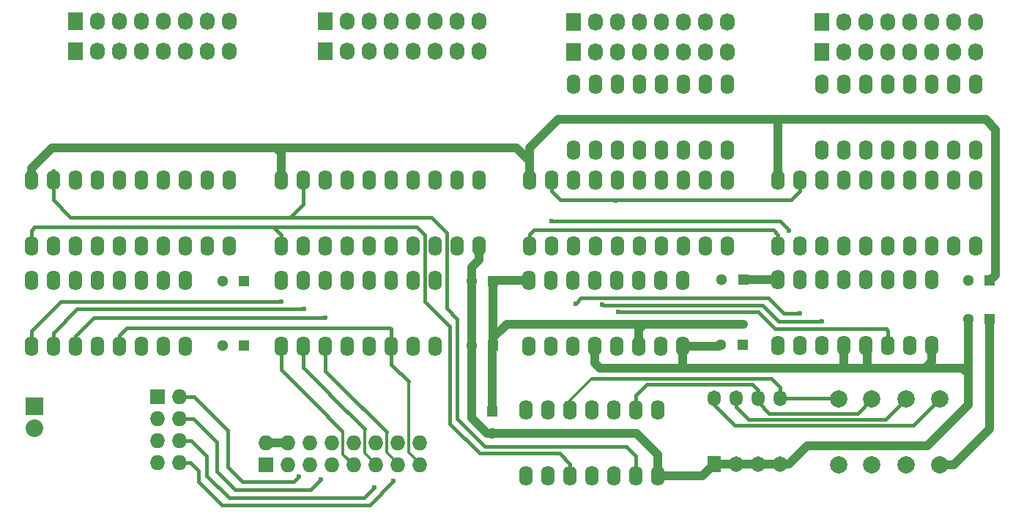
<source format=gtl>
G04 #@! TF.FileFunction,Copper,L1,Top,Signal*
%FSLAX46Y46*%
G04 Gerber Fmt 4.6, Leading zero omitted, Abs format (unit mm)*
G04 Created by KiCad (PCBNEW 4.0.3-stable) date 10/17/16 14:31:28*
%MOMM*%
%LPD*%
G01*
G04 APERTURE LIST*
%ADD10C,0.100000*%
%ADD11R,1.300000X1.300000*%
%ADD12C,1.300000*%
%ADD13R,1.727200X2.032000*%
%ADD14O,1.727200X2.032000*%
%ADD15O,1.600000X2.300000*%
%ADD16R,1.727200X1.727200*%
%ADD17O,1.727200X1.727200*%
%ADD18C,1.998980*%
%ADD19R,1.524000X1.824000*%
%ADD20O,1.524000X1.824000*%
%ADD21R,2.032000X2.032000*%
%ADD22O,2.032000X2.032000*%
%ADD23C,0.600000*%
%ADD24C,1.000000*%
%ADD25C,0.400000*%
%ADD26C,0.350000*%
%ADD27C,0.250000*%
G04 APERTURE END LIST*
D10*
D11*
X137200000Y-104500000D03*
D12*
X134700000Y-104500000D03*
D11*
X137200000Y-97100000D03*
D12*
X134700000Y-97100000D03*
D11*
X166000000Y-104500000D03*
D12*
X163500000Y-104500000D03*
D11*
X166000000Y-97100000D03*
D12*
X163500000Y-97100000D03*
D11*
X194800000Y-104400000D03*
D12*
X192300000Y-104400000D03*
D11*
X194900000Y-96900000D03*
D12*
X192400000Y-96900000D03*
D11*
X223400000Y-101500000D03*
D12*
X220900000Y-101500000D03*
D11*
X223400000Y-97000000D03*
D12*
X220900000Y-97000000D03*
D13*
X117700000Y-70500000D03*
D14*
X120240000Y-70500000D03*
X122780000Y-70500000D03*
X125320000Y-70500000D03*
X127860000Y-70500000D03*
X130400000Y-70500000D03*
X132940000Y-70500000D03*
X135480000Y-70500000D03*
D13*
X117700000Y-67000000D03*
D14*
X120240000Y-67000000D03*
X122780000Y-67000000D03*
X125320000Y-67000000D03*
X127860000Y-67000000D03*
X130400000Y-67000000D03*
X132940000Y-67000000D03*
X135480000Y-67000000D03*
D13*
X146600000Y-70500000D03*
D14*
X149140000Y-70500000D03*
X151680000Y-70500000D03*
X154220000Y-70500000D03*
X156760000Y-70500000D03*
X159300000Y-70500000D03*
X161840000Y-70500000D03*
X164380000Y-70500000D03*
D13*
X146600000Y-67000000D03*
D14*
X149140000Y-67000000D03*
X151680000Y-67000000D03*
X154220000Y-67000000D03*
X156760000Y-67000000D03*
X159300000Y-67000000D03*
X161840000Y-67000000D03*
X164380000Y-67000000D03*
D15*
X175300000Y-81900000D03*
X177840000Y-81900000D03*
X180380000Y-81900000D03*
X182920000Y-81900000D03*
X185460000Y-81900000D03*
X188000000Y-81900000D03*
X190540000Y-81900000D03*
X193080000Y-81900000D03*
X193080000Y-74280000D03*
X190540000Y-74280000D03*
X188000000Y-74280000D03*
X185460000Y-74280000D03*
X182920000Y-74280000D03*
X180380000Y-74280000D03*
X177840000Y-74280000D03*
X175300000Y-74280000D03*
X204000000Y-81900000D03*
X206540000Y-81900000D03*
X209080000Y-81900000D03*
X211620000Y-81900000D03*
X214160000Y-81900000D03*
X216700000Y-81900000D03*
X219240000Y-81900000D03*
X221780000Y-81900000D03*
X221780000Y-74280000D03*
X219240000Y-74280000D03*
X216700000Y-74280000D03*
X214160000Y-74280000D03*
X211620000Y-74280000D03*
X209080000Y-74280000D03*
X206540000Y-74280000D03*
X204000000Y-74280000D03*
X112600000Y-104600000D03*
X115140000Y-104600000D03*
X117680000Y-104600000D03*
X120220000Y-104600000D03*
X122760000Y-104600000D03*
X125300000Y-104600000D03*
X127840000Y-104600000D03*
X130380000Y-104600000D03*
X130380000Y-96980000D03*
X127840000Y-96980000D03*
X125300000Y-96980000D03*
X122760000Y-96980000D03*
X120220000Y-96980000D03*
X117680000Y-96980000D03*
X115140000Y-96980000D03*
X112600000Y-96980000D03*
X112600000Y-93000000D03*
X115140000Y-93000000D03*
X117680000Y-93000000D03*
X120220000Y-93000000D03*
X122760000Y-93000000D03*
X125300000Y-93000000D03*
X127840000Y-93000000D03*
X130380000Y-93000000D03*
X132920000Y-93000000D03*
X135460000Y-93000000D03*
X135460000Y-85380000D03*
X132920000Y-85380000D03*
X130380000Y-85380000D03*
X127840000Y-85380000D03*
X125300000Y-85380000D03*
X122760000Y-85380000D03*
X120220000Y-85380000D03*
X117680000Y-85380000D03*
X115140000Y-85380000D03*
X112600000Y-85380000D03*
X141500000Y-104600000D03*
X144040000Y-104600000D03*
X146580000Y-104600000D03*
X149120000Y-104600000D03*
X151660000Y-104600000D03*
X154200000Y-104600000D03*
X156740000Y-104600000D03*
X159280000Y-104600000D03*
X159280000Y-96980000D03*
X156740000Y-96980000D03*
X154200000Y-96980000D03*
X151660000Y-96980000D03*
X149120000Y-96980000D03*
X146580000Y-96980000D03*
X144040000Y-96980000D03*
X141500000Y-96980000D03*
X141500000Y-93000000D03*
X144040000Y-93000000D03*
X146580000Y-93000000D03*
X149120000Y-93000000D03*
X151660000Y-93000000D03*
X154200000Y-93000000D03*
X156740000Y-93000000D03*
X159280000Y-93000000D03*
X161820000Y-93000000D03*
X164360000Y-93000000D03*
X164360000Y-85380000D03*
X161820000Y-85380000D03*
X159280000Y-85380000D03*
X156740000Y-85380000D03*
X154200000Y-85380000D03*
X151660000Y-85380000D03*
X149120000Y-85380000D03*
X146580000Y-85380000D03*
X144040000Y-85380000D03*
X141500000Y-85380000D03*
X170100000Y-104600000D03*
X172640000Y-104600000D03*
X175180000Y-104600000D03*
X177720000Y-104600000D03*
X180260000Y-104600000D03*
X182800000Y-104600000D03*
X185340000Y-104600000D03*
X187880000Y-104600000D03*
X187880000Y-96980000D03*
X185340000Y-96980000D03*
X182800000Y-96980000D03*
X180260000Y-96980000D03*
X177720000Y-96980000D03*
X175180000Y-96980000D03*
X172640000Y-96980000D03*
X170100000Y-96980000D03*
X170200000Y-93000000D03*
X172740000Y-93000000D03*
X175280000Y-93000000D03*
X177820000Y-93000000D03*
X180360000Y-93000000D03*
X182900000Y-93000000D03*
X185440000Y-93000000D03*
X187980000Y-93000000D03*
X190520000Y-93000000D03*
X193060000Y-93000000D03*
X193060000Y-85380000D03*
X190520000Y-85380000D03*
X187980000Y-85380000D03*
X185440000Y-85380000D03*
X182900000Y-85380000D03*
X180360000Y-85380000D03*
X177820000Y-85380000D03*
X175280000Y-85380000D03*
X172740000Y-85380000D03*
X170200000Y-85380000D03*
X198900000Y-104500000D03*
X201440000Y-104500000D03*
X203980000Y-104500000D03*
X206520000Y-104500000D03*
X209060000Y-104500000D03*
X211600000Y-104500000D03*
X214140000Y-104500000D03*
X216680000Y-104500000D03*
X216680000Y-96880000D03*
X214140000Y-96880000D03*
X211600000Y-96880000D03*
X209060000Y-96880000D03*
X206520000Y-96880000D03*
X203980000Y-96880000D03*
X201440000Y-96880000D03*
X198900000Y-96880000D03*
X198900000Y-93000000D03*
X201440000Y-93000000D03*
X203980000Y-93000000D03*
X206520000Y-93000000D03*
X209060000Y-93000000D03*
X211600000Y-93000000D03*
X214140000Y-93000000D03*
X216680000Y-93000000D03*
X219220000Y-93000000D03*
X221760000Y-93000000D03*
X221760000Y-85380000D03*
X219220000Y-85380000D03*
X216680000Y-85380000D03*
X214140000Y-85380000D03*
X211600000Y-85380000D03*
X209060000Y-85380000D03*
X206520000Y-85380000D03*
X203980000Y-85380000D03*
X201440000Y-85380000D03*
X198900000Y-85380000D03*
D13*
X175300000Y-70600000D03*
D14*
X177840000Y-70600000D03*
X180380000Y-70600000D03*
X182920000Y-70600000D03*
X185460000Y-70600000D03*
X188000000Y-70600000D03*
X190540000Y-70600000D03*
X193080000Y-70600000D03*
D13*
X175300000Y-67100000D03*
D14*
X177840000Y-67100000D03*
X180380000Y-67100000D03*
X182920000Y-67100000D03*
X185460000Y-67100000D03*
X188000000Y-67100000D03*
X190540000Y-67100000D03*
X193080000Y-67100000D03*
D13*
X204000000Y-67100000D03*
D14*
X206540000Y-67100000D03*
X209080000Y-67100000D03*
X211620000Y-67100000D03*
X214160000Y-67100000D03*
X216700000Y-67100000D03*
X219240000Y-67100000D03*
X221780000Y-67100000D03*
D13*
X204000000Y-70600000D03*
D14*
X206540000Y-70600000D03*
X209080000Y-70600000D03*
X211620000Y-70600000D03*
X214160000Y-70600000D03*
X216700000Y-70600000D03*
X219240000Y-70600000D03*
X221780000Y-70600000D03*
D11*
X165850000Y-112150000D03*
D12*
X165850000Y-114650000D03*
D16*
X139700000Y-118350000D03*
D17*
X139700000Y-115810000D03*
X142240000Y-118350000D03*
X142240000Y-115810000D03*
X144780000Y-118350000D03*
X144780000Y-115810000D03*
X147320000Y-118350000D03*
X147320000Y-115810000D03*
X149860000Y-118350000D03*
X149860000Y-115810000D03*
X152400000Y-118350000D03*
X152400000Y-115810000D03*
X154940000Y-118350000D03*
X154940000Y-115810000D03*
X157480000Y-118350000D03*
X157480000Y-115810000D03*
D18*
X205900000Y-118350000D03*
X205900000Y-110730000D03*
X209750000Y-118350000D03*
X209750000Y-110730000D03*
X213700000Y-118350000D03*
X213700000Y-110730000D03*
X217600000Y-118350000D03*
X217600000Y-110730000D03*
D15*
X169800000Y-119550000D03*
X172340000Y-119550000D03*
X174880000Y-119550000D03*
X177420000Y-119550000D03*
X179960000Y-119550000D03*
X182500000Y-119550000D03*
X185040000Y-119550000D03*
X185040000Y-111930000D03*
X182500000Y-111930000D03*
X179960000Y-111930000D03*
X177420000Y-111930000D03*
X174880000Y-111930000D03*
X172340000Y-111930000D03*
X169800000Y-111930000D03*
D19*
X191500000Y-118250000D03*
D20*
X191500000Y-110630000D03*
X194040000Y-118250000D03*
X194040000Y-110630000D03*
X196580000Y-118250000D03*
X196580000Y-110630000D03*
X199120000Y-118250000D03*
X199120000Y-110630000D03*
D16*
X127200000Y-110450000D03*
D17*
X129740000Y-110450000D03*
X127200000Y-112990000D03*
X129740000Y-112990000D03*
X127200000Y-115530000D03*
X129740000Y-115530000D03*
X127200000Y-118070000D03*
X129740000Y-118070000D03*
D21*
X112950000Y-111550000D03*
D22*
X112950000Y-114090000D03*
D23*
X194950000Y-102050000D03*
X200150000Y-91200000D03*
X172750000Y-90100000D03*
X201400000Y-100800000D03*
X175500000Y-99650000D03*
X204000000Y-101700000D03*
X178600000Y-99750000D03*
X180400000Y-100650000D03*
X141500000Y-99400000D03*
X144100000Y-100300000D03*
X146600000Y-101300000D03*
X143500000Y-119650000D03*
X146050000Y-120050000D03*
X152250000Y-120950000D03*
X154475000Y-120175000D03*
X180200000Y-87750000D03*
D24*
X165850000Y-112150000D02*
X165850000Y-104650000D01*
X165850000Y-104650000D02*
X166000000Y-104500000D01*
X223400000Y-101500000D02*
X223350000Y-101550000D01*
X223350000Y-101550000D02*
X223350000Y-114200000D01*
X223350000Y-114200000D02*
X219200000Y-118350000D01*
X219200000Y-118350000D02*
X217600000Y-118350000D01*
X198900000Y-85380000D02*
X198900000Y-78350000D01*
X170200000Y-85380000D02*
X170200000Y-81650000D01*
X173500000Y-78350000D02*
X198900000Y-78350000D01*
X170200000Y-81650000D02*
X173500000Y-78350000D01*
X224050000Y-79500000D02*
X224050000Y-96350000D01*
X198900000Y-78350000D02*
X222900000Y-78350000D01*
X222900000Y-78350000D02*
X224050000Y-79500000D01*
X224050000Y-96350000D02*
X223400000Y-97000000D01*
X141500000Y-85380000D02*
X141500000Y-82250000D01*
X141500000Y-82250000D02*
X140900000Y-81650000D01*
X112600000Y-85380000D02*
X112600000Y-84000000D01*
X112600000Y-84000000D02*
X114950000Y-81650000D01*
X114950000Y-81650000D02*
X140900000Y-81650000D01*
X170200000Y-83200000D02*
X170200000Y-85380000D01*
X168650000Y-81650000D02*
X170200000Y-83200000D01*
X140900000Y-81650000D02*
X168650000Y-81650000D01*
X166000000Y-104500000D02*
X166000000Y-97100000D01*
X166000000Y-97100000D02*
X166120000Y-96980000D01*
X166120000Y-96980000D02*
X170100000Y-96980000D01*
X198900000Y-96880000D02*
X194920000Y-96880000D01*
X194920000Y-96880000D02*
X194900000Y-96900000D01*
X182800000Y-104600000D02*
X182800000Y-102650000D01*
X182800000Y-102650000D02*
X183400000Y-102050000D01*
X166000000Y-104500000D02*
X166000000Y-103600000D01*
X166000000Y-103600000D02*
X167550000Y-102050000D01*
X167550000Y-102050000D02*
X183400000Y-102050000D01*
X183400000Y-102050000D02*
X194950000Y-102050000D01*
X185040000Y-119550000D02*
X185040000Y-117140000D01*
X185040000Y-117140000D02*
X182550000Y-114650000D01*
X165850000Y-114650000D02*
X165250000Y-114650000D01*
X165250000Y-114650000D02*
X163500000Y-112900000D01*
X163500000Y-112900000D02*
X163500000Y-104500000D01*
X182550000Y-114650000D02*
X165850000Y-114650000D01*
X184700000Y-116800000D02*
X182550000Y-114650000D01*
X163500000Y-97100000D02*
X163500000Y-95450000D01*
X164360000Y-94590000D02*
X164360000Y-93000000D01*
X163500000Y-95450000D02*
X164360000Y-94590000D01*
X163500000Y-104500000D02*
X163500000Y-97100000D01*
X187880000Y-104600000D02*
X187880000Y-107100000D01*
X206520000Y-104500000D02*
X206520000Y-107020000D01*
X206520000Y-107020000D02*
X206600000Y-107100000D01*
X209200000Y-107100000D02*
X209200000Y-104640000D01*
X209200000Y-104640000D02*
X209060000Y-104500000D01*
X178500000Y-107100000D02*
X178300000Y-107100000D01*
X178300000Y-107100000D02*
X177720000Y-106520000D01*
X177720000Y-106520000D02*
X177720000Y-104600000D01*
X187880000Y-107100000D02*
X178500000Y-107100000D01*
X215950000Y-107100000D02*
X209200000Y-107100000D01*
X209200000Y-107100000D02*
X206600000Y-107100000D01*
X206600000Y-107100000D02*
X187880000Y-107100000D01*
X215950000Y-107100000D02*
X220250000Y-107100000D01*
X220250000Y-107100000D02*
X220900000Y-107750000D01*
X215950000Y-107100000D02*
X216680000Y-106370000D01*
X216680000Y-106370000D02*
X216680000Y-104500000D01*
X187880000Y-104600000D02*
X192100000Y-104600000D01*
X192100000Y-104600000D02*
X192300000Y-104400000D01*
X199120000Y-118250000D02*
X200150000Y-118250000D01*
X200150000Y-118250000D02*
X202250000Y-116150000D01*
X202250000Y-116150000D02*
X216150000Y-116150000D01*
X216150000Y-116150000D02*
X220900000Y-111400000D01*
X220900000Y-111400000D02*
X220900000Y-107750000D01*
X220900000Y-107750000D02*
X220900000Y-101500000D01*
X199120000Y-118250000D02*
X196580000Y-118250000D01*
X196580000Y-118250000D02*
X194040000Y-118250000D01*
X194040000Y-118250000D02*
X191500000Y-118250000D01*
X191500000Y-118250000D02*
X190200000Y-119550000D01*
X190200000Y-119550000D02*
X185040000Y-119550000D01*
X142240000Y-115810000D02*
X139700000Y-115810000D01*
D25*
X200150000Y-91100000D02*
X200150000Y-91200000D01*
X199150000Y-90100000D02*
X200150000Y-91100000D01*
X172750000Y-90100000D02*
X199150000Y-90100000D01*
X197700000Y-99000000D02*
X197800000Y-99000000D01*
X199600000Y-100800000D02*
X201400000Y-100800000D01*
X197800000Y-99000000D02*
X199600000Y-100800000D01*
X177150000Y-99000000D02*
X176150000Y-99000000D01*
X176150000Y-99000000D02*
X175500000Y-99650000D01*
X177150000Y-99000000D02*
X197700000Y-99000000D01*
X197000000Y-99850000D02*
X197150000Y-99850000D01*
X199000000Y-101700000D02*
X204000000Y-101700000D01*
X197150000Y-99850000D02*
X199000000Y-101700000D01*
X178700000Y-99850000D02*
X197000000Y-99850000D01*
X178600000Y-99750000D02*
X178700000Y-99850000D01*
X196100000Y-100650000D02*
X196600000Y-100650000D01*
X211400000Y-102600000D02*
X211600000Y-102800000D01*
X211600000Y-102800000D02*
X211600000Y-104500000D01*
X180400000Y-100650000D02*
X196100000Y-100650000D01*
X196600000Y-100650000D02*
X198550000Y-102600000D01*
X198550000Y-102600000D02*
X211400000Y-102600000D01*
D26*
X148600000Y-114400000D02*
X148600000Y-117090000D01*
D25*
X141500000Y-104600000D02*
X141500000Y-107350000D01*
X148550000Y-114400000D02*
X145200000Y-111050000D01*
D27*
X148600000Y-114400000D02*
X148550000Y-114400000D01*
D25*
X145200000Y-111050000D02*
X141500000Y-107350000D01*
D26*
X148600000Y-117090000D02*
X149860000Y-118350000D01*
D25*
X116650000Y-99400000D02*
X116050000Y-99400000D01*
X112600000Y-102850000D02*
X112600000Y-104600000D01*
X116050000Y-99400000D02*
X112600000Y-102850000D01*
X116650000Y-99400000D02*
X141500000Y-99400000D01*
X119100000Y-100300000D02*
X117900000Y-100300000D01*
X115140000Y-103060000D02*
X115140000Y-104600000D01*
X117900000Y-100300000D02*
X115140000Y-103060000D01*
D27*
X147100000Y-110150000D02*
X147100000Y-110100000D01*
D25*
X144040000Y-107040000D02*
X144040000Y-104600000D01*
X147100000Y-110100000D02*
X144040000Y-107040000D01*
D27*
X151150000Y-114350000D02*
X151150000Y-114200000D01*
D25*
X151150000Y-114200000D02*
X147100000Y-110150000D01*
D27*
X152400000Y-118350000D02*
X152400000Y-118250000D01*
D26*
X152400000Y-118250000D02*
X151150000Y-117000000D01*
X151150000Y-117000000D02*
X151150000Y-114350000D01*
D25*
X119100000Y-100300000D02*
X144100000Y-100300000D01*
X121150000Y-101279998D02*
X119820002Y-101279998D01*
X117680000Y-103420000D02*
X117680000Y-104600000D01*
X119820002Y-101279998D02*
X117680000Y-103420000D01*
D26*
X154940000Y-118350000D02*
X154940000Y-118140000D01*
X154940000Y-118140000D02*
X153650000Y-116850000D01*
X153650000Y-116850000D02*
X153650000Y-114500000D01*
D25*
X153650000Y-114500000D02*
X148050000Y-108900000D01*
D27*
X148050000Y-108900000D02*
X148000000Y-108900000D01*
D25*
X148000000Y-108900000D02*
X146580000Y-107480000D01*
X146580000Y-107480000D02*
X146580000Y-104600000D01*
X146600000Y-101279998D02*
X121150000Y-101279998D01*
X146600000Y-101300000D02*
X146600000Y-101279998D01*
X122760000Y-104600000D02*
X122760000Y-103340000D01*
X122760000Y-103340000D02*
X123650000Y-102450000D01*
D26*
X157480000Y-118350000D02*
X157480000Y-118130000D01*
X157480000Y-118130000D02*
X156200000Y-116850000D01*
X156200000Y-116850000D02*
X156200000Y-108700000D01*
D25*
X156200000Y-108700000D02*
X154200000Y-106700000D01*
X154200000Y-106700000D02*
X154200000Y-104600000D01*
X139350000Y-102450000D02*
X123650000Y-102450000D01*
X154050000Y-102450000D02*
X139350000Y-102450000D01*
X154200000Y-102600000D02*
X154200000Y-104600000D01*
X154050000Y-102450000D02*
X154200000Y-102600000D01*
X164400000Y-117000000D02*
X173650000Y-117000000D01*
X174880000Y-118230000D02*
X174880000Y-119550000D01*
X173650000Y-117000000D02*
X174880000Y-118230000D01*
X160950000Y-113200000D02*
X160950000Y-113550000D01*
X160950000Y-113550000D02*
X164400000Y-117000000D01*
X174880000Y-119550000D02*
X174880000Y-118630000D01*
X140350000Y-90800000D02*
X157150000Y-90800000D01*
X157150000Y-90800000D02*
X158050000Y-91700000D01*
X158050000Y-91700000D02*
X158050000Y-99400000D01*
X158050000Y-99400000D02*
X160950000Y-102300000D01*
X160950000Y-102300000D02*
X160950000Y-113200000D01*
X141500000Y-93000000D02*
X141500000Y-91700000D01*
X141500000Y-91700000D02*
X140600000Y-90800000D01*
X112600000Y-93000000D02*
X112600000Y-91200000D01*
X113000000Y-90800000D02*
X113100000Y-90800000D01*
X113100000Y-90800000D02*
X113900000Y-90800000D01*
X113900000Y-90800000D02*
X140350000Y-90800000D01*
X140350000Y-90800000D02*
X140600000Y-90800000D01*
X112600000Y-91200000D02*
X113000000Y-90800000D01*
X161850000Y-113000000D02*
X165050000Y-116200000D01*
X168275000Y-116200000D02*
X165050000Y-116200000D01*
X168275000Y-116200000D02*
X181400000Y-116200000D01*
X181400000Y-116200000D02*
X182500000Y-117300000D01*
X182500000Y-117300000D02*
X182500000Y-119550000D01*
X142500000Y-89700000D02*
X158850000Y-89700000D01*
X158850000Y-89700000D02*
X160600000Y-91450000D01*
X160600000Y-91450000D02*
X160600000Y-100200000D01*
X160600000Y-100200000D02*
X161850000Y-101450000D01*
X161850000Y-101450000D02*
X161850000Y-113000000D01*
X115140000Y-85380000D02*
X115140000Y-87690000D01*
X144040000Y-88160000D02*
X144040000Y-85380000D01*
X142500000Y-89700000D02*
X144040000Y-88160000D01*
X117150000Y-89700000D02*
X142500000Y-89700000D01*
X115140000Y-87690000D02*
X117150000Y-89700000D01*
X115140000Y-85380000D02*
X115140000Y-84310000D01*
X129740000Y-110450000D02*
X131450000Y-110450000D01*
X135350000Y-114350000D02*
X131450000Y-110450000D01*
X135350000Y-118600000D02*
X135350000Y-114350000D01*
X137000000Y-120250000D02*
X135350000Y-118600000D01*
X142900000Y-120250000D02*
X137000000Y-120250000D01*
X142900000Y-120250000D02*
X143500000Y-119650000D01*
X144900000Y-121200000D02*
X146050000Y-120050000D01*
X144900000Y-121200000D02*
X136150000Y-121200000D01*
X136150000Y-121200000D02*
X134000000Y-119050000D01*
X134000000Y-119050000D02*
X134000000Y-115650000D01*
X134000000Y-115650000D02*
X131340000Y-112990000D01*
X129740000Y-112990000D02*
X131340000Y-112990000D01*
X129740000Y-115530000D02*
X131080000Y-115530000D01*
X132850000Y-117300000D02*
X131080000Y-115530000D01*
X132850000Y-119550000D02*
X132850000Y-117300000D01*
X135450000Y-122150000D02*
X132850000Y-119550000D01*
X151050000Y-122150000D02*
X135450000Y-122150000D01*
X151050000Y-122150000D02*
X152250000Y-120950000D01*
X129740000Y-118070000D02*
X131020000Y-118070000D01*
X131950000Y-119000000D02*
X131020000Y-118070000D01*
X131950000Y-120300000D02*
X131950000Y-119000000D01*
X134600000Y-122950000D02*
X131950000Y-120300000D01*
X151700000Y-122950000D02*
X134600000Y-122950000D01*
X151700000Y-122950000D02*
X154475000Y-120175000D01*
D26*
X174880000Y-111930000D02*
X174880000Y-110870000D01*
X174880000Y-110870000D02*
X177400000Y-108350000D01*
D25*
X177400000Y-108350000D02*
X198100000Y-108350000D01*
X198100000Y-108350000D02*
X199120000Y-109370000D01*
X199120000Y-109370000D02*
X199120000Y-110630000D01*
X199120000Y-110630000D02*
X205800000Y-110630000D01*
X205800000Y-110630000D02*
X205900000Y-110730000D01*
X195925000Y-109025000D02*
X183725000Y-109025000D01*
X182500000Y-110250000D02*
X182500000Y-111930000D01*
X183725000Y-109025000D02*
X182500000Y-110250000D01*
X196580000Y-109680000D02*
X196580000Y-110630000D01*
X195925000Y-109025000D02*
X196580000Y-109680000D01*
X196580000Y-110630000D02*
X196580000Y-111030000D01*
X196580000Y-111030000D02*
X197900000Y-112350000D01*
X197900000Y-112350000D02*
X208130000Y-112350000D01*
X208130000Y-112350000D02*
X209750000Y-110730000D01*
X194040000Y-110630000D02*
X194040000Y-111590000D01*
X211380000Y-113050000D02*
X213700000Y-110730000D01*
X195500000Y-113050000D02*
X211380000Y-113050000D01*
X194040000Y-111590000D02*
X195500000Y-113050000D01*
X191500000Y-110630000D02*
X191500000Y-111350000D01*
X191500000Y-111350000D02*
X193900000Y-113750000D01*
X193900000Y-113750000D02*
X214580000Y-113750000D01*
X214580000Y-113750000D02*
X217600000Y-110730000D01*
X170525000Y-91325000D02*
X170700000Y-91150000D01*
X198900000Y-91700000D02*
X198900000Y-93000000D01*
X198350000Y-91150000D02*
X198900000Y-91700000D01*
X170700000Y-91150000D02*
X198350000Y-91150000D01*
D26*
X198900000Y-93000000D02*
X198900000Y-92350000D01*
D25*
X170200000Y-91650000D02*
X170200000Y-93000000D01*
X170525000Y-91325000D02*
X170200000Y-91650000D01*
X180200000Y-87750000D02*
X180200000Y-87700000D01*
X201100002Y-86999998D02*
X200400000Y-87700000D01*
X201440000Y-86660000D02*
X201440000Y-85380000D01*
X201100002Y-86999998D02*
X201440000Y-86660000D01*
X200400000Y-87700000D02*
X180200000Y-87700000D01*
X172740000Y-86690000D02*
X172740000Y-85380000D01*
X180200000Y-87700000D02*
X173750000Y-87700000D01*
X173750000Y-87700000D02*
X172740000Y-86690000D01*
X172740000Y-85380000D02*
X172740000Y-86090000D01*
M02*

</source>
